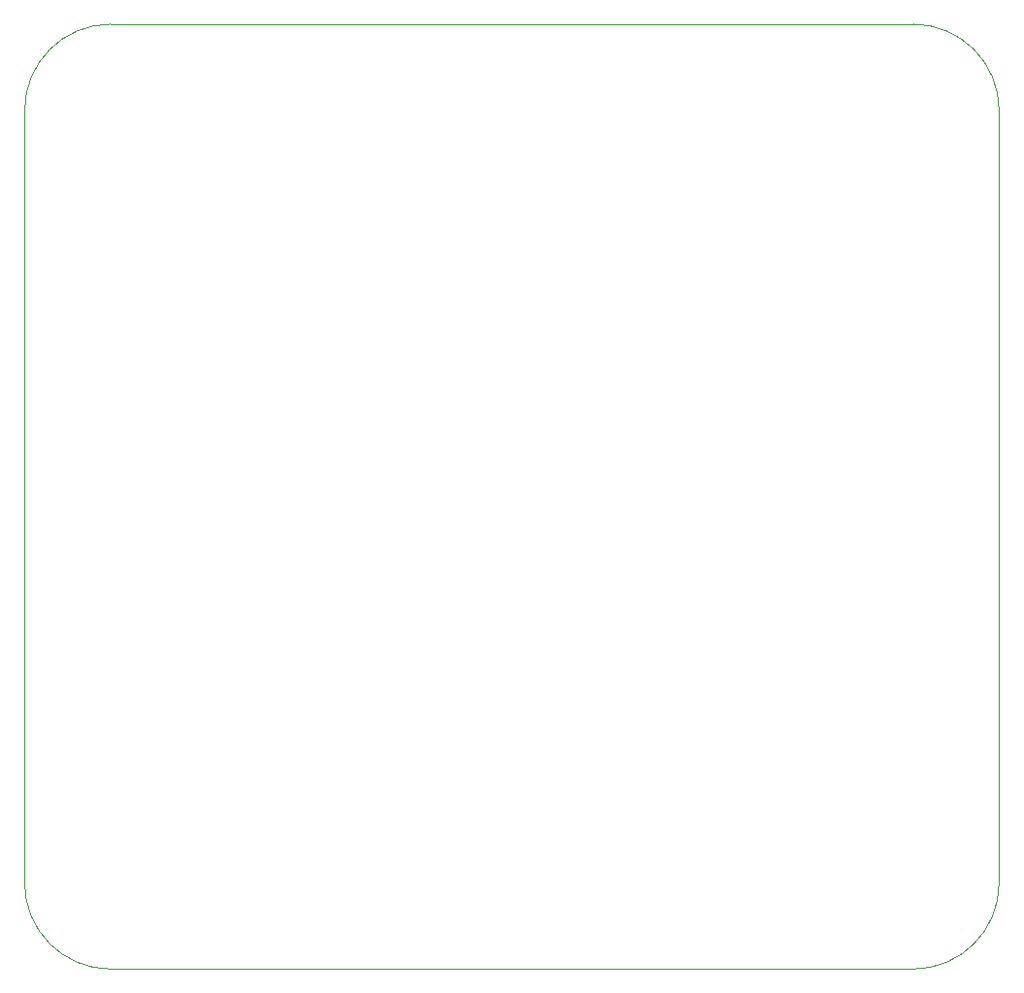
<source format=gbr>
%TF.GenerationSoftware,KiCad,Pcbnew,9.0.2*%
%TF.CreationDate,2025-07-28T12:51:29+08:00*%
%TF.ProjectId,PF-MKIII_Controller ,50462d4d-4b49-4494-995f-436f6e74726f,rev?*%
%TF.SameCoordinates,Original*%
%TF.FileFunction,Profile,NP*%
%FSLAX46Y46*%
G04 Gerber Fmt 4.6, Leading zero omitted, Abs format (unit mm)*
G04 Created by KiCad (PCBNEW 9.0.2) date 2025-07-28 12:51:29*
%MOMM*%
%LPD*%
G01*
G04 APERTURE LIST*
%TA.AperFunction,Profile*%
%ADD10C,0.050000*%
%TD*%
G04 APERTURE END LIST*
D10*
X225000000Y-27500000D02*
G75*
G02*
X232500000Y-35000000I0J-7500000D01*
G01*
X155000000Y-110000000D02*
X225000000Y-110000000D01*
X232500000Y-102500000D02*
X232500000Y-35000000D01*
X232500000Y-102500000D02*
G75*
G02*
X225000000Y-110000000I-7500000J0D01*
G01*
X225000000Y-27500000D02*
X155000000Y-27500000D01*
X147500000Y-35000000D02*
G75*
G02*
X155000000Y-27500000I7500000J0D01*
G01*
X155000000Y-110000000D02*
G75*
G02*
X147500000Y-102500000I0J7500000D01*
G01*
X147500000Y-35000000D02*
X147500000Y-102500000D01*
M02*

</source>
